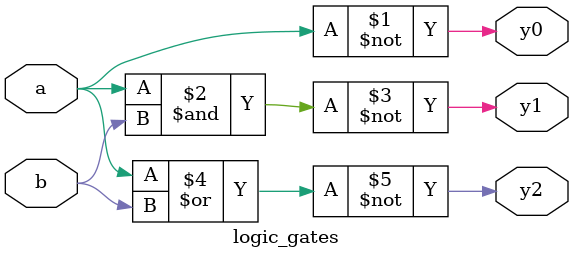
<source format=v>
module logic_gates(
    input a,b,
    output y0,y1,y2
    );
    assign y0 = ~a;
    assign y1 = ~(a&b);
    assign y2 = ~(a|b);
endmodule

</source>
